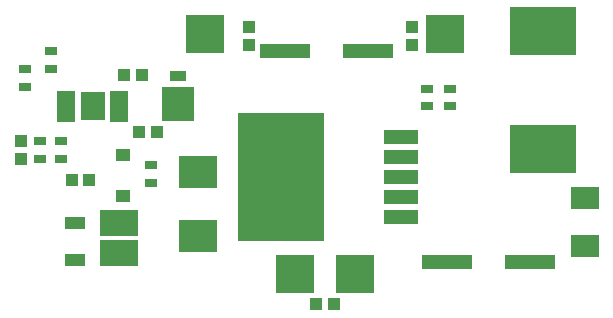
<source format=gts>
G04 Layer_Color=8388736*
%FSAX25Y25*%
%MOIN*%
G70*
G01*
G75*
%ADD53R,0.06115X0.02769*%
%ADD54R,0.08438X0.09343*%
%ADD55R,0.09304X0.07808*%
%ADD56R,0.04343X0.03162*%
%ADD57R,0.12611X0.10642*%
%ADD58R,0.04540X0.04343*%
%ADD59R,0.10800X0.11312*%
%ADD60R,0.05800X0.03800*%
%ADD61R,0.03950X0.03950*%
%ADD62R,0.07099X0.04343*%
%ADD63R,0.03950X0.03950*%
%ADD64R,0.16548X0.05131*%
%ADD65R,0.22453X0.15957*%
%ADD66R,0.29146X0.42532*%
%ADD67R,0.11824X0.04934*%
%ADD68R,0.12611X0.12611*%
%ADD69R,0.12611X0.08674*%
%ADD70C,0.03162*%
D53*
X0400260Y0261161D02*
D03*
Y0263720D02*
D03*
Y0266280D02*
D03*
Y0268839D02*
D03*
X0382740Y0261161D02*
D03*
Y0263720D02*
D03*
Y0266280D02*
D03*
Y0268839D02*
D03*
D54*
X0391500Y0265000D02*
D03*
D55*
X0555500Y0234374D02*
D03*
Y0218626D02*
D03*
D56*
X0377500Y0283453D02*
D03*
Y0277547D02*
D03*
X0381000Y0247547D02*
D03*
Y0253453D02*
D03*
X0374000Y0253453D02*
D03*
Y0247547D02*
D03*
X0369000Y0277500D02*
D03*
Y0271595D02*
D03*
X0503000Y0270953D02*
D03*
Y0265047D02*
D03*
X0510500Y0265047D02*
D03*
Y0270953D02*
D03*
X0411000Y0239547D02*
D03*
Y0245453D02*
D03*
D57*
X0426500Y0243327D02*
D03*
Y0221673D02*
D03*
D58*
X0401500Y0235110D02*
D03*
Y0248890D02*
D03*
D59*
X0420000Y0265744D02*
D03*
D60*
Y0275000D02*
D03*
D61*
X0402047Y0275500D02*
D03*
X0407953D02*
D03*
X0390453Y0240500D02*
D03*
X0384547D02*
D03*
X0412953Y0256500D02*
D03*
X0407047D02*
D03*
X0471953Y0199000D02*
D03*
X0466047D02*
D03*
D62*
X0385500Y0213898D02*
D03*
Y0226102D02*
D03*
D63*
X0367500Y0253453D02*
D03*
Y0247547D02*
D03*
X0498000Y0285547D02*
D03*
Y0291453D02*
D03*
X0443500Y0291453D02*
D03*
Y0285547D02*
D03*
D64*
X0537476Y0213000D02*
D03*
X0509524D02*
D03*
X0455524Y0283500D02*
D03*
X0483476D02*
D03*
D65*
X0541500Y0250913D02*
D03*
Y0290087D02*
D03*
D66*
X0454252Y0241500D02*
D03*
D67*
X0494409Y0254886D02*
D03*
Y0248193D02*
D03*
Y0241500D02*
D03*
Y0234807D02*
D03*
Y0228114D02*
D03*
D68*
X0429000Y0289250D02*
D03*
X0479000Y0209250D02*
D03*
X0509000Y0289250D02*
D03*
X0459000Y0209250D02*
D03*
D69*
X0400250Y0226000D02*
D03*
Y0216000D02*
D03*
D70*
X0393665Y0262835D02*
D03*
X0389335D02*
D03*
X0393665Y0267165D02*
D03*
X0389335D02*
D03*
X0442500Y0259000D02*
D03*
X0448000D02*
D03*
X0453000D02*
D03*
X0458500D02*
D03*
X0463500D02*
D03*
Y0254500D02*
D03*
X0458500D02*
D03*
X0453000D02*
D03*
X0448000D02*
D03*
X0442500D02*
D03*
X0463500Y0250000D02*
D03*
X0458500D02*
D03*
X0453000D02*
D03*
X0448000D02*
D03*
X0442500D02*
D03*
X0463500Y0245500D02*
D03*
X0458500D02*
D03*
X0453000D02*
D03*
X0448000D02*
D03*
X0442500D02*
D03*
X0463500Y0241000D02*
D03*
X0458500D02*
D03*
X0453000D02*
D03*
X0448000D02*
D03*
X0442500D02*
D03*
X0463500Y0236500D02*
D03*
X0458500D02*
D03*
X0453000D02*
D03*
X0448000D02*
D03*
X0442500D02*
D03*
X0463500Y0232000D02*
D03*
X0458500D02*
D03*
X0453000D02*
D03*
X0448000D02*
D03*
M02*

</source>
